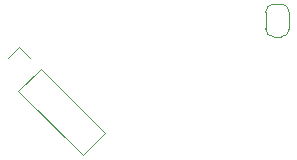
<source format=gbo>
G04 #@! TF.GenerationSoftware,KiCad,Pcbnew,8.0.6*
G04 #@! TF.CreationDate,2025-01-25T09:56:42+01:00*
G04 #@! TF.ProjectId,RP2040_minimal_r2,52503230-3430-45f6-9d69-6e696d616c5f,REV2*
G04 #@! TF.SameCoordinates,Original*
G04 #@! TF.FileFunction,Legend,Bot*
G04 #@! TF.FilePolarity,Positive*
%FSLAX46Y46*%
G04 Gerber Fmt 4.6, Leading zero omitted, Abs format (unit mm)*
G04 Created by KiCad (PCBNEW 8.0.6) date 2025-01-25 09:56:42*
%MOMM*%
%LPD*%
G01*
G04 APERTURE LIST*
G04 Aperture macros list*
%AMHorizOval*
0 Thick line with rounded ends*
0 $1 width*
0 $2 $3 position (X,Y) of the first rounded end (center of the circle)*
0 $4 $5 position (X,Y) of the second rounded end (center of the circle)*
0 Add line between two ends*
20,1,$1,$2,$3,$4,$5,0*
0 Add two circle primitives to create the rounded ends*
1,1,$1,$2,$3*
1,1,$1,$4,$5*%
%AMRotRect*
0 Rectangle, with rotation*
0 The origin of the aperture is its center*
0 $1 length*
0 $2 width*
0 $3 Rotation angle, in degrees counterclockwise*
0 Add horizontal line*
21,1,$1,$2,0,0,$3*%
%AMFreePoly0*
4,1,19,0.500000,-0.750000,0.000000,-0.750000,0.000000,-0.744911,-0.071157,-0.744911,-0.207708,-0.704816,-0.327430,-0.627875,-0.420627,-0.520320,-0.479746,-0.390866,-0.500000,-0.250000,-0.500000,0.250000,-0.479746,0.390866,-0.420627,0.520320,-0.327430,0.627875,-0.207708,0.704816,-0.071157,0.744911,0.000000,0.744911,0.000000,0.750000,0.500000,0.750000,0.500000,-0.750000,0.500000,-0.750000,
$1*%
%AMFreePoly1*
4,1,19,0.000000,0.744911,0.071157,0.744911,0.207708,0.704816,0.327430,0.627875,0.420627,0.520320,0.479746,0.390866,0.500000,0.250000,0.500000,-0.250000,0.479746,-0.390866,0.420627,-0.520320,0.327430,-0.627875,0.207708,-0.704816,0.071157,-0.744911,0.000000,-0.744911,0.000000,-0.750000,-0.500000,-0.750000,-0.500000,0.750000,0.000000,0.750000,0.000000,0.744911,0.000000,0.744911,
$1*%
G04 Aperture macros list end*
%ADD10C,0.120000*%
%ADD11C,2.700000*%
%ADD12C,1.500000*%
%ADD13R,1.700000X1.700000*%
%ADD14C,1.700000*%
%ADD15R,1.000000X1.000000*%
%ADD16RotRect,1.700000X1.700000X315.000000*%
%ADD17HorizOval,1.700000X0.000000X0.000000X0.000000X0.000000X0*%
%ADD18RotRect,1.700000X1.700000X225.000000*%
%ADD19HorizOval,1.700000X0.000000X0.000000X0.000000X0.000000X0*%
%ADD20FreePoly0,90.000000*%
%ADD21FreePoly1,90.000000*%
%ADD22C,0.600000*%
G04 APERTURE END LIST*
D10*
X84172542Y-108372542D02*
X85112994Y-107432090D01*
X85070568Y-111151472D02*
X86951472Y-109270568D01*
X85112994Y-107432090D02*
X86053446Y-108372542D01*
X90501148Y-116582052D02*
X85070568Y-111151472D01*
X90501148Y-116582052D02*
X92382052Y-114701148D01*
X92382052Y-114701148D02*
X86951472Y-109270568D01*
X106000000Y-105850000D02*
X106000000Y-104450000D01*
X106700000Y-103750000D02*
X107300000Y-103750000D01*
X107300000Y-106550000D02*
X106700000Y-106550000D01*
X108000000Y-104450000D02*
X108000000Y-105850000D01*
X106000000Y-104450000D02*
G75*
G02*
X106700000Y-103750000I700000J0D01*
G01*
X106700000Y-106550000D02*
G75*
G02*
X106000000Y-105850000I-1J699999D01*
G01*
X107300000Y-103750000D02*
G75*
G02*
X108000000Y-104450000I0J-700000D01*
G01*
X108000000Y-105850000D02*
G75*
G02*
X107300000Y-106550000I-699999J-1D01*
G01*
%LPC*%
D11*
X83000000Y-83000000D03*
X117000000Y-117000000D03*
X117000000Y-83000000D03*
X83000000Y-117000000D03*
D12*
X119000000Y-90000000D03*
D13*
X103810000Y-116230000D03*
D14*
X103810000Y-118770000D03*
X101270000Y-116230000D03*
X101270000Y-118770000D03*
X98730000Y-116230000D03*
X98730000Y-118770000D03*
X96190000Y-116230000D03*
X96190000Y-118770000D03*
D13*
X98700000Y-112700000D03*
D15*
X102800000Y-109700000D03*
D13*
X83770000Y-103810000D03*
D14*
X81230000Y-103810000D03*
X83770000Y-101270000D03*
X81230000Y-101270000D03*
X83770000Y-98730000D03*
X81230000Y-98730000D03*
X83770000Y-96190000D03*
X81230000Y-96190000D03*
D13*
X116230000Y-96380000D03*
D14*
X118770000Y-96380000D03*
X116230000Y-98920000D03*
X118770000Y-98920000D03*
X116230000Y-101460000D03*
X118770000Y-101460000D03*
X116230000Y-104000000D03*
X118770000Y-104000000D03*
D16*
X113785445Y-109964555D03*
D17*
X111989394Y-111760606D03*
X110193343Y-113556657D03*
D13*
X96190000Y-83770000D03*
D14*
X96190000Y-81230000D03*
X98730000Y-83770000D03*
X98730000Y-81230000D03*
X101270000Y-83770000D03*
X101270000Y-81230000D03*
X103810000Y-83770000D03*
X103810000Y-81230000D03*
D18*
X85112994Y-109312994D03*
D19*
X86909045Y-111109045D03*
X88705096Y-112905096D03*
X90501148Y-114701148D03*
D20*
X107000000Y-105800000D03*
D21*
X107000000Y-104500000D03*
D22*
X112600000Y-82800000D03*
X99600000Y-91205008D03*
X86700000Y-98000000D03*
X109900000Y-107400000D03*
X81000000Y-113000000D03*
X108717500Y-100750000D03*
X101500000Y-88200000D03*
X101500000Y-107782004D03*
X93800000Y-95400000D03*
X91100000Y-101200000D03*
X103300000Y-93125000D03*
X104800000Y-87570000D03*
X102300000Y-92800000D03*
X98500000Y-105600000D03*
X92650000Y-86970000D03*
X90000000Y-92500000D03*
X100380994Y-107781990D03*
X105900000Y-112500000D03*
X106600000Y-94800000D03*
X118400000Y-112800000D03*
X101500000Y-113000000D03*
X113600000Y-93200000D03*
X100600000Y-91205000D03*
X110000000Y-96800000D03*
X91200000Y-103900000D03*
X99800000Y-95199994D03*
X100700000Y-97900000D03*
X100800000Y-105200000D03*
X100599970Y-102100000D03*
X89250000Y-98500000D03*
X90000000Y-98130000D03*
X90750000Y-97750000D03*
X91500000Y-97250000D03*
X92250000Y-96750000D03*
X93000000Y-96250000D03*
X107481268Y-95976268D03*
X106000000Y-97100000D03*
X105600000Y-98225000D03*
X94200000Y-105600000D03*
X95400000Y-105400000D03*
X104900000Y-98700000D03*
X112700000Y-96700000D03*
X107200000Y-99000000D03*
X108700000Y-99400000D03*
X105200000Y-102300000D03*
X105200000Y-104400000D03*
X103200000Y-111500000D03*
X102000000Y-111600000D03*
X104100000Y-106900000D03*
X99600000Y-108400000D03*
X105800000Y-107400000D03*
%LPD*%
M02*

</source>
